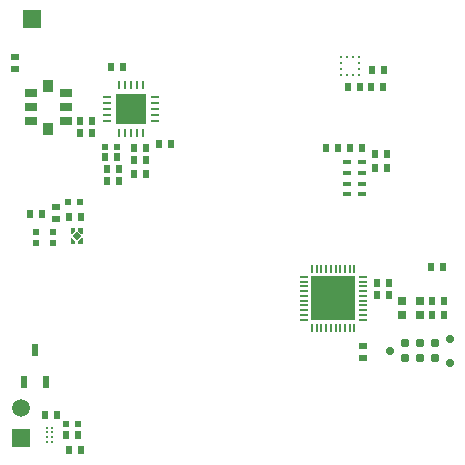
<source format=gtl>
G04 Layer_Physical_Order=1*
G04 Layer_Color=11767835*
%FSLAX43Y43*%
%MOMM*%
G71*
G01*
G75*
%ADD10R,0.600X0.700*%
%ADD11R,0.600X0.500*%
%ADD12R,0.600X1.000*%
%ADD13C,0.200*%
%ADD14P,0.820X4X270.0*%
%ADD15C,0.100*%
%ADD16R,0.700X0.600*%
%ADD17R,0.500X0.550*%
%ADD18R,0.800X0.400*%
%ADD19O,0.750X0.250*%
%ADD20O,0.250X0.750*%
%ADD21R,2.600X2.600*%
%ADD22R,1.000X0.700*%
%ADD23R,0.900X1.000*%
%ADD24R,3.700X3.700*%
%ADD25O,0.200X0.700*%
%ADD26O,0.700X0.200*%
%ADD27R,0.250X0.250*%
%ADD28R,0.800X0.700*%
%ADD29C,0.787*%
%ADD30C,1.500*%
%ADD31R,1.500X1.500*%
%ADD32R,1.500X1.500*%
%ADD33C,0.500*%
%ADD34C,0.711*%
G36*
X30591Y23241D02*
X30241D01*
Y23521D01*
X30461Y23741D01*
X30591D01*
Y23241D01*
D02*
G37*
G36*
X29941Y23521D02*
Y23241D01*
X29591D01*
Y23871D01*
X29941Y23521D01*
D02*
G37*
G36*
X30591Y24111D02*
X30461D01*
X30241Y24331D01*
Y24611D01*
X30591D01*
Y24111D01*
D02*
G37*
G36*
X29941Y24331D02*
X29721Y24111D01*
X29591D01*
Y24611D01*
X29941D01*
Y24331D01*
D02*
G37*
D10*
X29480Y5842D02*
D03*
X30480D02*
D03*
X30464Y25527D02*
D03*
X29464D02*
D03*
X28432Y8763D02*
D03*
X27432D02*
D03*
X34941Y31369D02*
D03*
X35941D02*
D03*
X30210Y7112D02*
D03*
X29210D02*
D03*
X52181Y31369D02*
D03*
X51181D02*
D03*
X54213D02*
D03*
X53213D02*
D03*
X33639Y29591D02*
D03*
X32639D02*
D03*
X35925Y29210D02*
D03*
X34925D02*
D03*
X33639Y28575D02*
D03*
X32639D02*
D03*
X38084Y31750D02*
D03*
X37084D02*
D03*
X33512Y30607D02*
D03*
X32512D02*
D03*
X55515Y19939D02*
D03*
X56515D02*
D03*
X55515Y18923D02*
D03*
X56515D02*
D03*
X26178Y25781D02*
D03*
X27178D02*
D03*
X56372Y30861D02*
D03*
X55372D02*
D03*
X56372Y29718D02*
D03*
X55372D02*
D03*
X31353Y32639D02*
D03*
X30353D02*
D03*
X33036Y38227D02*
D03*
X34036D02*
D03*
X31353Y33655D02*
D03*
X30353D02*
D03*
X35925Y30353D02*
D03*
X34925D02*
D03*
X55007Y36576D02*
D03*
X56007D02*
D03*
X54086D02*
D03*
X53086D02*
D03*
X56118Y37973D02*
D03*
X55118D02*
D03*
X61198Y17272D02*
D03*
X60198D02*
D03*
X61198Y18415D02*
D03*
X60198D02*
D03*
X60087Y21336D02*
D03*
X61087D02*
D03*
D11*
X29218Y8001D02*
D03*
X30218D02*
D03*
X29345Y26797D02*
D03*
X30345D02*
D03*
X32520Y31496D02*
D03*
X33520D02*
D03*
D12*
X25593Y11604D02*
D03*
X27493D02*
D03*
X26543Y14304D02*
D03*
D13*
X28013Y6512D02*
D03*
X27613D02*
D03*
X28013Y6912D02*
D03*
X27613D02*
D03*
X28013Y7312D02*
D03*
X27613D02*
D03*
X28013Y7712D02*
D03*
X27613D02*
D03*
D14*
X30091Y23926D02*
D03*
D15*
X29761Y23469D02*
D03*
X30421Y23443D02*
D03*
Y24358D02*
D03*
X29761Y24383D02*
D03*
D16*
X28321Y26400D02*
D03*
Y25400D02*
D03*
X54356Y14589D02*
D03*
Y13589D02*
D03*
X24892Y38116D02*
D03*
Y39116D02*
D03*
D17*
X26670Y23368D02*
D03*
X28070D02*
D03*
Y24318D02*
D03*
X26670D02*
D03*
D18*
X52944Y27479D02*
D03*
Y28379D02*
D03*
Y29279D02*
D03*
Y30179D02*
D03*
X54244Y27479D02*
D03*
Y28379D02*
D03*
Y29279D02*
D03*
Y30179D02*
D03*
D19*
X32646Y35671D02*
D03*
Y35171D02*
D03*
Y34671D02*
D03*
Y34171D02*
D03*
Y33671D02*
D03*
X36696D02*
D03*
Y34171D02*
D03*
Y34671D02*
D03*
Y35171D02*
D03*
Y35671D02*
D03*
D20*
X33671Y32646D02*
D03*
X34171D02*
D03*
X34671D02*
D03*
X35171D02*
D03*
X35671D02*
D03*
Y36696D02*
D03*
X35171D02*
D03*
X34671D02*
D03*
X34171D02*
D03*
X33671D02*
D03*
D21*
X34671Y34671D02*
D03*
D22*
X29156Y34874D02*
D03*
Y36074D02*
D03*
Y33674D02*
D03*
X26256D02*
D03*
Y34874D02*
D03*
Y36074D02*
D03*
D23*
X27706Y36674D02*
D03*
Y32974D02*
D03*
D24*
X51816Y18669D02*
D03*
D25*
X50016Y21169D02*
D03*
X50416D02*
D03*
X50816D02*
D03*
X51216D02*
D03*
X51616D02*
D03*
X52016D02*
D03*
X52416D02*
D03*
X52816D02*
D03*
X53216D02*
D03*
X53616D02*
D03*
Y16169D02*
D03*
X53216D02*
D03*
X52816D02*
D03*
X52416D02*
D03*
X52016D02*
D03*
X51616D02*
D03*
X51216D02*
D03*
X50816D02*
D03*
X50416D02*
D03*
X50016D02*
D03*
D26*
X54316Y20469D02*
D03*
Y20069D02*
D03*
Y19669D02*
D03*
Y19269D02*
D03*
Y18869D02*
D03*
Y18469D02*
D03*
Y18069D02*
D03*
Y17669D02*
D03*
Y17269D02*
D03*
Y16869D02*
D03*
X49316D02*
D03*
Y17269D02*
D03*
Y17669D02*
D03*
Y18069D02*
D03*
Y18469D02*
D03*
Y18869D02*
D03*
Y19269D02*
D03*
Y19669D02*
D03*
Y20069D02*
D03*
Y20469D02*
D03*
D27*
X53963Y37604D02*
D03*
X53463D02*
D03*
X52963D02*
D03*
X52463D02*
D03*
X53963Y38104D02*
D03*
X52463D02*
D03*
X53963Y38604D02*
D03*
X52463D02*
D03*
X53963Y39104D02*
D03*
X53463D02*
D03*
X52963D02*
D03*
X52463D02*
D03*
D28*
X57658Y18415D02*
D03*
X59158D02*
D03*
X57658Y17272D02*
D03*
X59158D02*
D03*
D29*
X57912Y13589D02*
D03*
X59182D02*
D03*
Y14859D02*
D03*
X60452Y13589D02*
D03*
Y14859D02*
D03*
X57912D02*
D03*
D30*
X25400Y9398D02*
D03*
D31*
Y6858D02*
D03*
D32*
X26289Y42291D02*
D03*
D33*
X34121Y35221D02*
D03*
X35221D02*
D03*
X34121Y34121D02*
D03*
X35221D02*
D03*
X52916Y17569D02*
D03*
X51816D02*
D03*
X50716D02*
D03*
X52916Y18669D02*
D03*
X51816D02*
D03*
X50716D02*
D03*
X52916Y19769D02*
D03*
X51816D02*
D03*
X50716D02*
D03*
D34*
X56642Y14224D02*
D03*
X61722Y15240D02*
D03*
Y13208D02*
D03*
M02*

</source>
